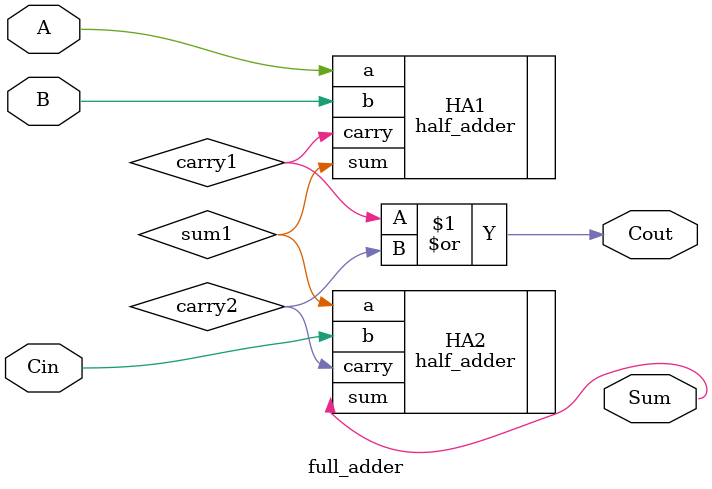
<source format=v>
`timescale 1ns / 1ps

module full_adder (
    input A,
    input B,
    input Cin,
    output Sum,
    output Cout
);

    wire sum1, carry1, carry2;
    
    half_adder HA1 (
        .a(A),
        .b(B),
        .sum(sum1),
        .carry(carry1)
    );

    half_adder HA2 (
        .a(sum1),
        .b(Cin),
        .sum(Sum),
        .carry(carry2)
    );

    assign Cout = carry1 | carry2;

endmodule

</source>
